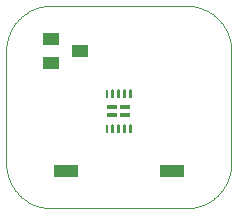
<source format=gtp>
G75*
%MOIN*%
%OFA0B0*%
%FSLAX25Y25*%
%IPPOS*%
%LPD*%
%AMOC8*
5,1,8,0,0,1.08239X$1,22.5*
%
%ADD10C,0.00394*%
%ADD11C,0.00827*%
%ADD12R,0.03346X0.01772*%
%ADD13R,0.07900X0.04300*%
%ADD14R,0.05512X0.03937*%
D10*
X0016256Y0028933D02*
X0061256Y0028933D01*
X0061618Y0028937D01*
X0061981Y0028951D01*
X0062343Y0028972D01*
X0062704Y0029003D01*
X0063064Y0029042D01*
X0063423Y0029090D01*
X0063781Y0029147D01*
X0064138Y0029212D01*
X0064493Y0029286D01*
X0064846Y0029369D01*
X0065197Y0029460D01*
X0065545Y0029559D01*
X0065891Y0029667D01*
X0066235Y0029783D01*
X0066575Y0029908D01*
X0066912Y0030040D01*
X0067246Y0030181D01*
X0067577Y0030330D01*
X0067904Y0030487D01*
X0068227Y0030651D01*
X0068546Y0030823D01*
X0068860Y0031003D01*
X0069171Y0031191D01*
X0069476Y0031386D01*
X0069777Y0031588D01*
X0070073Y0031798D01*
X0070363Y0032014D01*
X0070649Y0032238D01*
X0070929Y0032468D01*
X0071203Y0032705D01*
X0071471Y0032949D01*
X0071734Y0033199D01*
X0071990Y0033455D01*
X0072240Y0033718D01*
X0072484Y0033986D01*
X0072721Y0034260D01*
X0072951Y0034540D01*
X0073175Y0034826D01*
X0073391Y0035116D01*
X0073601Y0035412D01*
X0073803Y0035713D01*
X0073998Y0036018D01*
X0074186Y0036329D01*
X0074366Y0036643D01*
X0074538Y0036962D01*
X0074702Y0037285D01*
X0074859Y0037612D01*
X0075008Y0037943D01*
X0075149Y0038277D01*
X0075281Y0038614D01*
X0075406Y0038954D01*
X0075522Y0039298D01*
X0075630Y0039644D01*
X0075729Y0039992D01*
X0075820Y0040343D01*
X0075903Y0040696D01*
X0075977Y0041051D01*
X0076042Y0041408D01*
X0076099Y0041766D01*
X0076147Y0042125D01*
X0076186Y0042485D01*
X0076217Y0042846D01*
X0076238Y0043208D01*
X0076252Y0043571D01*
X0076256Y0043933D01*
X0076256Y0081433D01*
X0076252Y0081795D01*
X0076238Y0082158D01*
X0076217Y0082520D01*
X0076186Y0082881D01*
X0076147Y0083241D01*
X0076099Y0083600D01*
X0076042Y0083958D01*
X0075977Y0084315D01*
X0075903Y0084670D01*
X0075820Y0085023D01*
X0075729Y0085374D01*
X0075630Y0085722D01*
X0075522Y0086068D01*
X0075406Y0086412D01*
X0075281Y0086752D01*
X0075149Y0087089D01*
X0075008Y0087423D01*
X0074859Y0087754D01*
X0074702Y0088081D01*
X0074538Y0088404D01*
X0074366Y0088723D01*
X0074186Y0089037D01*
X0073998Y0089348D01*
X0073803Y0089653D01*
X0073601Y0089954D01*
X0073391Y0090250D01*
X0073175Y0090540D01*
X0072951Y0090826D01*
X0072721Y0091106D01*
X0072484Y0091380D01*
X0072240Y0091648D01*
X0071990Y0091911D01*
X0071734Y0092167D01*
X0071471Y0092417D01*
X0071203Y0092661D01*
X0070929Y0092898D01*
X0070649Y0093128D01*
X0070363Y0093352D01*
X0070073Y0093568D01*
X0069777Y0093778D01*
X0069476Y0093980D01*
X0069171Y0094175D01*
X0068860Y0094363D01*
X0068546Y0094543D01*
X0068227Y0094715D01*
X0067904Y0094879D01*
X0067577Y0095036D01*
X0067246Y0095185D01*
X0066912Y0095326D01*
X0066575Y0095458D01*
X0066235Y0095583D01*
X0065891Y0095699D01*
X0065545Y0095807D01*
X0065197Y0095906D01*
X0064846Y0095997D01*
X0064493Y0096080D01*
X0064138Y0096154D01*
X0063781Y0096219D01*
X0063423Y0096276D01*
X0063064Y0096324D01*
X0062704Y0096363D01*
X0062343Y0096394D01*
X0061981Y0096415D01*
X0061618Y0096429D01*
X0061256Y0096433D01*
X0016256Y0096433D01*
X0015894Y0096429D01*
X0015531Y0096415D01*
X0015169Y0096394D01*
X0014808Y0096363D01*
X0014448Y0096324D01*
X0014089Y0096276D01*
X0013731Y0096219D01*
X0013374Y0096154D01*
X0013019Y0096080D01*
X0012666Y0095997D01*
X0012315Y0095906D01*
X0011967Y0095807D01*
X0011621Y0095699D01*
X0011277Y0095583D01*
X0010937Y0095458D01*
X0010600Y0095326D01*
X0010266Y0095185D01*
X0009935Y0095036D01*
X0009608Y0094879D01*
X0009285Y0094715D01*
X0008966Y0094543D01*
X0008652Y0094363D01*
X0008341Y0094175D01*
X0008036Y0093980D01*
X0007735Y0093778D01*
X0007439Y0093568D01*
X0007149Y0093352D01*
X0006863Y0093128D01*
X0006583Y0092898D01*
X0006309Y0092661D01*
X0006041Y0092417D01*
X0005778Y0092167D01*
X0005522Y0091911D01*
X0005272Y0091648D01*
X0005028Y0091380D01*
X0004791Y0091106D01*
X0004561Y0090826D01*
X0004337Y0090540D01*
X0004121Y0090250D01*
X0003911Y0089954D01*
X0003709Y0089653D01*
X0003514Y0089348D01*
X0003326Y0089037D01*
X0003146Y0088723D01*
X0002974Y0088404D01*
X0002810Y0088081D01*
X0002653Y0087754D01*
X0002504Y0087423D01*
X0002363Y0087089D01*
X0002231Y0086752D01*
X0002106Y0086412D01*
X0001990Y0086068D01*
X0001882Y0085722D01*
X0001783Y0085374D01*
X0001692Y0085023D01*
X0001609Y0084670D01*
X0001535Y0084315D01*
X0001470Y0083958D01*
X0001413Y0083600D01*
X0001365Y0083241D01*
X0001326Y0082881D01*
X0001295Y0082520D01*
X0001274Y0082158D01*
X0001260Y0081795D01*
X0001256Y0081433D01*
X0001256Y0043933D01*
X0001260Y0043571D01*
X0001274Y0043208D01*
X0001295Y0042846D01*
X0001326Y0042485D01*
X0001365Y0042125D01*
X0001413Y0041766D01*
X0001470Y0041408D01*
X0001535Y0041051D01*
X0001609Y0040696D01*
X0001692Y0040343D01*
X0001783Y0039992D01*
X0001882Y0039644D01*
X0001990Y0039298D01*
X0002106Y0038954D01*
X0002231Y0038614D01*
X0002363Y0038277D01*
X0002504Y0037943D01*
X0002653Y0037612D01*
X0002810Y0037285D01*
X0002974Y0036962D01*
X0003146Y0036643D01*
X0003326Y0036329D01*
X0003514Y0036018D01*
X0003709Y0035713D01*
X0003911Y0035412D01*
X0004121Y0035116D01*
X0004337Y0034826D01*
X0004561Y0034540D01*
X0004791Y0034260D01*
X0005028Y0033986D01*
X0005272Y0033718D01*
X0005522Y0033455D01*
X0005778Y0033199D01*
X0006041Y0032949D01*
X0006309Y0032705D01*
X0006583Y0032468D01*
X0006863Y0032238D01*
X0007149Y0032014D01*
X0007439Y0031798D01*
X0007735Y0031588D01*
X0008036Y0031386D01*
X0008341Y0031191D01*
X0008652Y0031003D01*
X0008966Y0030823D01*
X0009285Y0030651D01*
X0009608Y0030487D01*
X0009935Y0030330D01*
X0010266Y0030181D01*
X0010600Y0030040D01*
X0010937Y0029908D01*
X0011277Y0029783D01*
X0011621Y0029667D01*
X0011967Y0029559D01*
X0012315Y0029460D01*
X0012666Y0029369D01*
X0013019Y0029286D01*
X0013374Y0029212D01*
X0013731Y0029147D01*
X0014089Y0029090D01*
X0014448Y0029042D01*
X0014808Y0029003D01*
X0015169Y0028972D01*
X0015531Y0028951D01*
X0015894Y0028937D01*
X0016256Y0028933D01*
D11*
X0034681Y0056690D02*
X0034957Y0056690D01*
X0034957Y0054366D01*
X0034681Y0054366D01*
X0034681Y0056690D01*
X0034681Y0055192D02*
X0034957Y0055192D01*
X0034957Y0056018D02*
X0034681Y0056018D01*
X0036649Y0056690D02*
X0036925Y0056690D01*
X0036925Y0054366D01*
X0036649Y0054366D01*
X0036649Y0056690D01*
X0036649Y0055192D02*
X0036925Y0055192D01*
X0036925Y0056018D02*
X0036649Y0056018D01*
X0038618Y0056690D02*
X0038894Y0056690D01*
X0038894Y0054366D01*
X0038618Y0054366D01*
X0038618Y0056690D01*
X0038618Y0055192D02*
X0038894Y0055192D01*
X0038894Y0056018D02*
X0038618Y0056018D01*
X0040586Y0056690D02*
X0040862Y0056690D01*
X0040862Y0054366D01*
X0040586Y0054366D01*
X0040586Y0056690D01*
X0040586Y0055192D02*
X0040862Y0055192D01*
X0040862Y0056018D02*
X0040586Y0056018D01*
X0042555Y0056690D02*
X0042831Y0056690D01*
X0042831Y0054366D01*
X0042555Y0054366D01*
X0042555Y0056690D01*
X0042555Y0055192D02*
X0042831Y0055192D01*
X0042831Y0056018D02*
X0042555Y0056018D01*
X0042555Y0068501D02*
X0042831Y0068501D01*
X0042831Y0066177D01*
X0042555Y0066177D01*
X0042555Y0068501D01*
X0042555Y0067003D02*
X0042831Y0067003D01*
X0042831Y0067829D02*
X0042555Y0067829D01*
X0040862Y0068501D02*
X0040586Y0068501D01*
X0040862Y0068501D02*
X0040862Y0066177D01*
X0040586Y0066177D01*
X0040586Y0068501D01*
X0040586Y0067003D02*
X0040862Y0067003D01*
X0040862Y0067829D02*
X0040586Y0067829D01*
X0038894Y0068501D02*
X0038618Y0068501D01*
X0038894Y0068501D02*
X0038894Y0066177D01*
X0038618Y0066177D01*
X0038618Y0068501D01*
X0038618Y0067003D02*
X0038894Y0067003D01*
X0038894Y0067829D02*
X0038618Y0067829D01*
X0036925Y0068501D02*
X0036649Y0068501D01*
X0036925Y0068501D02*
X0036925Y0066177D01*
X0036649Y0066177D01*
X0036649Y0068501D01*
X0036649Y0067003D02*
X0036925Y0067003D01*
X0036925Y0067829D02*
X0036649Y0067829D01*
X0034957Y0068501D02*
X0034681Y0068501D01*
X0034957Y0068501D02*
X0034957Y0066177D01*
X0034681Y0066177D01*
X0034681Y0068501D01*
X0034681Y0067003D02*
X0034957Y0067003D01*
X0034957Y0067829D02*
X0034681Y0067829D01*
D12*
X0036650Y0062752D03*
X0036650Y0060114D03*
X0040862Y0060114D03*
X0040862Y0060114D03*
X0040862Y0062752D03*
D13*
X0056456Y0041433D03*
X0021056Y0041433D03*
D14*
X0016287Y0077433D03*
X0016287Y0085433D03*
X0025787Y0081433D03*
M02*

</source>
